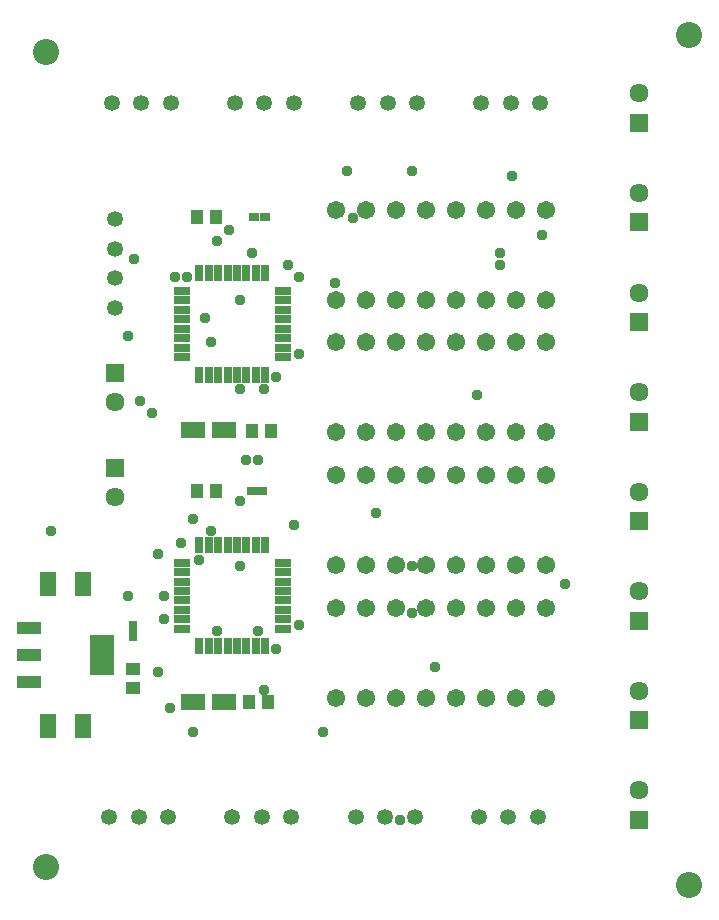
<source format=gbr>
G04 EAGLE Gerber RS-274X export*
G75*
%MOMM*%
%FSLAX34Y34*%
%LPD*%
%INSoldermask Top*%
%IPPOS*%
%AMOC8*
5,1,8,0,0,1.08239X$1,22.5*%
G01*
G04 Define Apertures*
%ADD10C,2.203200*%
%ADD11R,1.367800X2.018500*%
%ADD12R,0.703200X0.903200*%
%ADD13R,0.903200X0.703200*%
%ADD14R,2.063500X1.101100*%
%ADD15R,2.063500X3.392300*%
%ADD16R,1.473200X0.762000*%
%ADD17R,0.762000X1.473200*%
%ADD18C,1.546600*%
%ADD19R,1.611200X1.611200*%
%ADD20C,1.611200*%
%ADD21C,1.351200*%
%ADD22R,1.177100X1.001900*%
%ADD23R,1.001900X1.177100*%
%ADD24R,1.998700X1.391900*%
%ADD25C,0.959600*%
D10*
X580000Y755000D03*
X35000Y740000D03*
X35000Y50000D03*
X580000Y35000D03*
D11*
X37246Y290000D03*
X66754Y290000D03*
X37246Y170000D03*
X66754Y170000D03*
D12*
X109123Y254500D03*
X109123Y245500D03*
D13*
X220748Y600877D03*
X211748Y600877D03*
X218648Y369050D03*
X209648Y369050D03*
D14*
X21250Y253000D03*
X21250Y230000D03*
X21250Y207000D03*
D15*
X82750Y230000D03*
D16*
X150164Y538000D03*
X150164Y530000D03*
X150164Y522000D03*
X150164Y514000D03*
X150164Y506000D03*
X150164Y498000D03*
X150164Y490000D03*
X150164Y482000D03*
D17*
X165090Y467074D03*
X173090Y467074D03*
X181090Y467074D03*
X189090Y467074D03*
X197090Y467074D03*
X205090Y467074D03*
X213090Y467074D03*
X221090Y467074D03*
D16*
X236016Y482000D03*
X236016Y490000D03*
X236016Y498000D03*
X236016Y506000D03*
X236016Y514000D03*
X236016Y522000D03*
X236016Y530000D03*
X236016Y538000D03*
D17*
X221090Y552926D03*
X213090Y552926D03*
X205090Y552926D03*
X197090Y552926D03*
X189090Y552926D03*
X181090Y552926D03*
X173090Y552926D03*
X165090Y552926D03*
D18*
X458900Y606700D03*
X433500Y606700D03*
X408100Y606700D03*
X382700Y606700D03*
X357300Y606700D03*
X331900Y606700D03*
X306500Y606700D03*
X281100Y606700D03*
X281100Y530500D03*
X306500Y530500D03*
X331900Y530500D03*
X357300Y530500D03*
X382700Y530500D03*
X408100Y530500D03*
X433500Y530500D03*
X458900Y530500D03*
X458900Y494433D03*
X433500Y494433D03*
X408100Y494433D03*
X382700Y494433D03*
X357300Y494433D03*
X331900Y494433D03*
X306500Y494433D03*
X281100Y494433D03*
X281100Y418233D03*
X306500Y418233D03*
X331900Y418233D03*
X357300Y418233D03*
X382700Y418233D03*
X408100Y418233D03*
X433500Y418233D03*
X458900Y418233D03*
D16*
X150164Y308000D03*
X150164Y300000D03*
X150164Y292000D03*
X150164Y284000D03*
X150164Y276000D03*
X150164Y268000D03*
X150164Y260000D03*
X150164Y252000D03*
D17*
X165090Y237074D03*
X173090Y237074D03*
X181090Y237074D03*
X189090Y237074D03*
X197090Y237074D03*
X205090Y237074D03*
X213090Y237074D03*
X221090Y237074D03*
D16*
X236016Y252000D03*
X236016Y260000D03*
X236016Y268000D03*
X236016Y276000D03*
X236016Y284000D03*
X236016Y292000D03*
X236016Y300000D03*
X236016Y308000D03*
D17*
X221090Y322926D03*
X213090Y322926D03*
X205090Y322926D03*
X197090Y322926D03*
X189090Y322926D03*
X181090Y322926D03*
X173090Y322926D03*
X165090Y322926D03*
D18*
X458900Y382167D03*
X433500Y382167D03*
X408100Y382167D03*
X382700Y382167D03*
X357300Y382167D03*
X331900Y382167D03*
X306500Y382167D03*
X281100Y382167D03*
X281100Y305967D03*
X306500Y305967D03*
X331900Y305967D03*
X357300Y305967D03*
X382700Y305967D03*
X408100Y305967D03*
X433500Y305967D03*
X458900Y305967D03*
X458900Y269900D03*
X433500Y269900D03*
X408100Y269900D03*
X382700Y269900D03*
X357300Y269900D03*
X331900Y269900D03*
X306500Y269900D03*
X281100Y269900D03*
X281100Y193700D03*
X306500Y193700D03*
X331900Y193700D03*
X357300Y193700D03*
X382700Y193700D03*
X408100Y193700D03*
X433500Y193700D03*
X458900Y193700D03*
D19*
X537800Y680300D03*
D20*
X537800Y705300D03*
D19*
X537800Y596000D03*
D20*
X537800Y621000D03*
D19*
X537800Y511700D03*
D20*
X537800Y536700D03*
D19*
X537800Y427400D03*
D20*
X537800Y452400D03*
D19*
X537800Y343100D03*
D20*
X537800Y368100D03*
D19*
X537800Y258800D03*
D20*
X537800Y283800D03*
D19*
X537800Y174500D03*
D20*
X537800Y199500D03*
D19*
X537800Y90200D03*
D20*
X537800Y115200D03*
D21*
X88900Y92500D03*
X113900Y92500D03*
X138900Y92500D03*
X193200Y92500D03*
X218200Y92500D03*
X243200Y92500D03*
X297500Y92500D03*
X322500Y92500D03*
X347500Y92500D03*
X401800Y92500D03*
X426800Y92500D03*
X451800Y92500D03*
X453900Y697500D03*
X428900Y697500D03*
X403900Y697500D03*
X349600Y697500D03*
X324600Y697500D03*
X299600Y697500D03*
X245300Y697500D03*
X220300Y697500D03*
X195300Y697500D03*
X141000Y697500D03*
X116000Y697500D03*
X91000Y697500D03*
D19*
X93613Y388500D03*
D20*
X93613Y363500D03*
D22*
X109123Y201848D03*
X109123Y218152D03*
D23*
X209446Y419800D03*
X225750Y419800D03*
X179586Y600877D03*
X163282Y600877D03*
X207346Y189800D03*
X223650Y189800D03*
X179586Y369050D03*
X163282Y369050D03*
D21*
X93613Y598600D03*
X93613Y573600D03*
X93613Y548600D03*
X93613Y523600D03*
D19*
X93613Y468587D03*
D20*
X93613Y443587D03*
D24*
X160205Y420000D03*
X186403Y420000D03*
X160205Y190000D03*
X186403Y190000D03*
D25*
X40000Y335000D03*
X115000Y445000D03*
X135000Y280000D03*
X105000Y500000D03*
X170000Y515000D03*
X160000Y345000D03*
X130000Y315000D03*
X280000Y545000D03*
X335000Y90000D03*
X250000Y550000D03*
X240000Y560000D03*
X110000Y565000D03*
X220000Y200000D03*
X200000Y305000D03*
X205000Y395000D03*
X125000Y435000D03*
X215000Y250000D03*
X220000Y455000D03*
X145000Y550000D03*
X230000Y235000D03*
X230000Y465000D03*
X250000Y255000D03*
X250000Y485000D03*
X105000Y280000D03*
X200000Y455000D03*
X190000Y590000D03*
X455000Y585000D03*
X155000Y550000D03*
X180000Y580000D03*
X430000Y635000D03*
X400000Y450000D03*
X175000Y495000D03*
X215000Y395000D03*
X420000Y560000D03*
X200000Y530000D03*
X210000Y570000D03*
X420000Y570000D03*
X295000Y600000D03*
X475000Y290000D03*
X345000Y305000D03*
X245000Y340000D03*
X315000Y350000D03*
X345000Y640000D03*
X180000Y250000D03*
X130000Y215000D03*
X135000Y260000D03*
X140000Y185000D03*
X150000Y325000D03*
X175000Y335000D03*
X200000Y360000D03*
X165000Y310000D03*
X160000Y165000D03*
X270000Y165000D03*
X290000Y640000D03*
X365000Y220000D03*
X345000Y265000D03*
M02*

</source>
